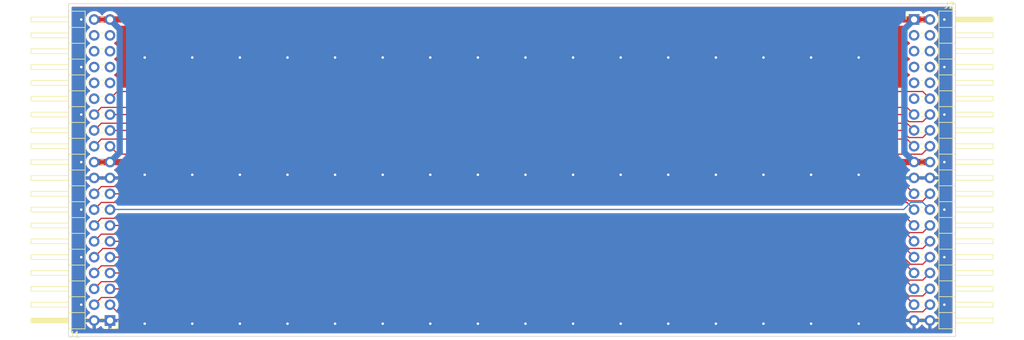
<source format=kicad_pcb>
(kicad_pcb (version 20201220) (generator pcbnew)
  (layers (0 "F.Cu" signal) (31 "B.Cu" signal) (34 "B.Paste" user) (35 "F.Paste" user) (36 "B.SilkS" user "B.Silkscreen") (37 "F.SilkS" user "F.Silkscreen") (38 "B.Mask" user) (39 "F.Mask" user) (44 "Edge.Cuts" user))
  (net 0 "")
  (net 1 "+5V")
  (net 2 "zero")
  (net 3 "carry")
  (net 4 "SU")
  (net 5 "~EO")
  (net 6 "~BI")
  (net 7 "~AI")
  (net 8 "EXT2")
  (net 9 "GND")
  (net 10 "EXT1")
  (net 11 "EXT0")
  (net 12 "IRPT")
  (net 13 "CLK")
  (net 14 "/ADDR0")
  (net 15 "/ADDR1")
  (net 16 "/ADDR2")
  (net 17 "/ADDR3")
  (net 18 "/ADDR4")
  (net 19 "/ADDR5")
  (net 20 "/ADDR6")
  (net 21 "/ADDR7")
  (net 22 "/ADDR8")
  (net 23 "/ADDR9")
  (net 24 "/ADDR10")
  (net 25 "/ADDR11")
  (footprint "Connector_PinHeader_2.54mm:PinHeader_2x20_P2.54mm_Horizontal" (layer "F.Cu") (at 6.64 50.8 180)
    (fp_text reference "J1" (at 5.655 -2.27) (layer "F.SilkS"))
    (fp_text value "Conn_02x20_Counter_Clockwise")
    (fp_line (start 1.042929 45.34) (end 1.497071 45.34) (layer "F.SilkS") (width 0.12))
    (fp_line (start 1.042929 2.16) (end 1.497071 2.16) (layer "F.SilkS") (width 0.12))
    (fp_line (start 3.582929 37.72) (end 3.98 37.72) (layer "F.SilkS") (width 0.12))
    (fp_line (start 3.582929 12.32) (end 3.98 12.32) (layer "F.SilkS") (width 0.12))
    (fp_line (start 3.582929 23.24) (end 3.98 23.24) (layer "F.SilkS") (width 0.12))
    (fp_line (start 6.64 -0.2) (end 12.64 -0.2) (layer "F.SilkS") (width 0.12))
    (fp_line (start 3.582929 2.16) (end 3.98 2.16) (layer "F.SilkS") (width 0.12))
    (fp_line (start 1.042929 4.7) (end 1.497071 4.7) (layer "F.SilkS") (width 0.12))
    (fp_line (start 3.582929 10.54) (end 3.98 10.54) (layer "F.SilkS") (width 0.12))
    (fp_line (start 6.64 -0.08) (end 12.64 -0.08) (layer "F.SilkS") (width 0.12))
    (fp_line (start 1.11 -0.38) (end 1.497071 -0.38) (layer "F.SilkS") (width 0.12))
    (fp_line (start 3.582929 8) (end 3.98 8) (layer "F.SilkS") (width 0.12))
    (fp_line (start 1.042929 22.48) (end 1.497071 22.48) (layer "F.SilkS") (width 0.12))
    (fp_line (start 12.64 5.46) (end 6.64 5.46) (layer "F.SilkS") (width 0.12))
    (fp_line (start 6.64 30.1) (end 12.64 30.1) (layer "F.SilkS") (width 0.12))
    (fp_line (start 3.98 29.21) (end 6.64 29.21) (layer "F.SilkS") (width 0.12))
    (fp_line (start 1.042929 19.94) (end 1.497071 19.94) (layer "F.SilkS") (width 0.12))
    (fp_line (start 12.64 38.48) (end 6.64 38.48) (layer "F.SilkS") (width 0.12))
    (fp_line (start 1.042929 25.02) (end 1.497071 25.02) (layer "F.SilkS") (width 0.12))
    (fp_line (start 1.042929 15.62) (end 1.497071 15.62) (layer "F.SilkS") (width 0.12))
    (fp_line (start 1.042929 2.92) (end 1.497071 2.92) (layer "F.SilkS") (width 0.12))
    (fp_line (start 3.582929 47.88) (end 3.98 47.88) (layer "F.SilkS") (width 0.12))
    (fp_line (start 12.64 2.16) (end 12.64 2.92) (layer "F.SilkS") (width 0.12))
    (fp_line (start 3.582929 0.38) (end 3.98 0.38) (layer "F.SilkS") (width 0.12))
    (fp_line (start 6.64 7.24) (end 12.64 7.24) (layer "F.SilkS") (width 0.12))
    (fp_line (start 1.042929 5.46) (end 1.497071 5.46) (layer "F.SilkS") (width 0.12))
    (fp_line (start 1.042929 17.4) (end 1.497071 17.4) (layer "F.SilkS") (width 0.12))
    (fp_line (start 1.042929 32.64) (end 1.497071 32.64) (layer "F.SilkS") (width 0.12))
    (fp_line (start 1.042929 38.48) (end 1.497071 38.48) (layer "F.SilkS") (width 0.12))
    (fp_line (start 12.64 10.54) (end 6.64 10.54) (layer "F.SilkS") (width 0.12))
    (fp_line (start 6.64 40.26) (end 12.64 40.26) (layer "F.SilkS") (width 0.12))
    (fp_line (start 6.64 32.64) (end 12.64 32.64) (layer "F.SilkS") (width 0.12))
    (fp_line (start 3.582929 27.56) (end 3.98 27.56) (layer "F.SilkS") (width 0.12))
    (fp_line (start 3.98 13.97) (end 6.64 13.97) (layer "F.SilkS") (width 0.12))
    (fp_line (start 3.98 -1.33) (end 3.98 49.59) (layer "F.SilkS") (width 0.12))
    (fp_line (start 6.64 45.34) (end 12.64 45.34) (layer "F.SilkS") (width 0.12))
    (fp_line (start 12.64 47.88) (end 12.64 48.64) (layer "F.SilkS") (width 0.12))
    (fp_line (start 3.98 8.89) (end 6.64 8.89) (layer "F.SilkS") (width 0.12))
    (fp_line (start 12.64 32.64) (end 12.64 33.4) (layer "F.SilkS") (width 0.12))
    (fp_line (start 1.042929 46.1) (end 1.497071 46.1) (layer "F.SilkS") (width 0.12))
    (fp_line (start 6.64 -0.38) (end 12.64 -0.38) (layer "F.SilkS") (width 0.12))
    (fp_line (start 1.042929 40.26) (end 1.497071 40.26) (layer "F.SilkS") (width 0.12))
    (fp_line (start -1.27 0) (end -1.27 -1.27) (layer "F.SilkS") (width 0.12))
    (fp_line (start 1.042929 42.8) (end 1.497071 42.8) (layer "F.SilkS") (width 0.12))
    (fp_line (start 3.98 26.67) (end 6.64 26.67) (layer "F.SilkS") (width 0.12))
    (fp_line (start 12.64 9.78) (end 12.64 10.54) (layer "F.SilkS") (width 0.12))
    (fp_line (start 6.64 12.32) (end 12.64 12.32) (layer "F.SilkS") (width 0.12))
    (fp_line (start 12.64 33.4) (end 6.64 33.4) (layer "F.SilkS") (width 0.12))
    (fp_line (start 3.582929 9.78) (end 3.98 9.78) (layer "F.SilkS") (width 0.12))
    (fp_line (start 3.98 39.37) (end 6.64 39.37) (layer "F.SilkS") (width 0.12))
    (fp_line (start 6.64 22.48) (end 12.64 22.48) (layer "F.SilkS") (width 0.12))
    (fp_line (start 12.64 46.1) (end 6.64 46.1) (layer "F.SilkS") (width 0.12))
    (fp_line (start 12.64 4.7) (end 12.64 5.46) (layer "F.SilkS") (width 0.12))
    (fp_line (start 1.042929 9.78) (end 1.497071 9.78) (layer "F.SilkS") (width 0.12))
    (fp_line (start 12.64 30.1) (end 12.64 30.86) (layer "F.SilkS") (width 0.12))
    (fp_line (start 1.042929 30.86) (end 1.497071 30.86) (layer "F.SilkS") (width 0.12))
    (fp_line (start 3.582929 45.34) (end 3.98 45.34) (layer "F.SilkS") (width 0.12))
    (fp_line (start 3.582929 30.86) (end 3.98 30.86) (layer "F.SilkS") (width 0.12))
    (fp_line (start 6.64 47.88) (end 12.64 47.88) (layer "F.SilkS") (width 0.12))
    (fp_line (start 12.64 40.26) (end 12.64 41.02) (layer "F.SilkS") (width 0.12))
    (fp_line (start 6.64 14.86) (end 12.64 14.86) (layer "F.SilkS") (width 0.12))
    (fp_line (start 1.042929 13.08) (end 1.497071 13.08) (layer "F.SilkS") (width 0.12))
    (fp_line (start 1.042929 41.02) (end 1.497071 41.02) (layer "F.SilkS") (width 0.12))
    (fp_line (start 3.582929 22.48) (end 3.98 22.48) (layer "F.SilkS") (width 0.12))
    (fp_line (start 6.64 0.16) (end 12.64 0.16) (layer "F.SilkS") (width 0.12))
    (fp_line (start 1.042929 25.78) (end 1.497071 25.78) (layer "F.SilkS") (width 0.12))
    (fp_line (start 3.98 46.99) (end 6.64 46.99) (layer "F.SilkS") (width 0.12))
    (fp_line (start 12.64 12.32) (end 12.64 13.08) (layer "F.SilkS") (width 0.12))
    (fp_line (start 3.582929 40.26) (end 3.98 40.26) (layer "F.SilkS") (width 0.12))
    (fp_line (start 3.582929 2.92) (end 3.98 2.92) (layer "F.SilkS") (width 0.12))
    (fp_line (start 3.582929 25.78) (end 3.98 25.78) (layer "F.SilkS") (width 0.12))
    (fp_line (start 12.64 8) (end 6.64 8) (layer "F.SilkS") (width 0.12))
    (fp_line (start 1.042929 33.4) (end 1.497071 33.4) (layer "F.SilkS") (width 0.12))
    (fp_line (start 12.64 25.02) (end 12.64 25.78) (layer "F.SilkS") (width 0.12))
    (fp_line (start 3.582929 20.7) (end 3.98 20.7) (layer "F.SilkS") (width 0.12))
    (fp_line (start 3.582929 14.86) (end 3.98 14.86) (layer "F.SilkS") (width 0.12))
    (fp_line (start 1.042929 12.32) (end 1.497071 12.32) (layer "F.SilkS") (width 0.12))
    (fp_line (start 1.11 0.38) (end 1.497071 0.38) (layer "F.SilkS") (width 0.12))
    (fp_line (start 3.98 6.35) (end 6.64 6.35) (layer "F.SilkS") (width 0.12))
    (fp_line (start 3.582929 15.62) (end 3.98 15.62) (layer "F.SilkS") (width 0.12))
    (fp_line (start 6.64 25.02) (end 12.64 25.02) (layer "F.SilkS") (width 0.12))
    (fp_line (start 3.582929 25.02) (end 3.98 25.02) (layer "F.SilkS") (width 0.12))
    (fp_line (start 3.98 31.75) (end 6.64 31.75) (layer "F.SilkS") (width 0.12))
    (fp_line (start 3.582929 -0.38) (end 3.98 -0.38) (layer "F.SilkS") (width 0.12))
    (fp_line (start 3.582929 28.32) (end 3.98 28.32) (layer "F.SilkS") (width 0.12))
    (fp_line (start 3.98 3.81) (end 6.64 3.81) (layer "F.SilkS") (width 0.12))
    (fp_line (start 1.042929 48.64) (end 1.497071 48.64) (layer "F.SilkS") (width 0.12))
    (fp_line (start 12.64 14.86) (end 12.64 15.62) (layer "F.SilkS") (width 0.12))
    (fp_line (start 3.98 11.43) (end 6.64 11.43) (layer "F.SilkS") (width 0.12))
    (fp_line (start 6.64 17.4) (end 12.64 17.4) (layer "F.SilkS") (width 0.12))
    (fp_line (start 1.042929 47.88) (end 1.497071 47.88) (layer "F.SilkS") (width 0.12))
    (fp_line (start 3.98 19.05) (end 6.64 19.05) (layer "F.SilkS") (width 0.12))
    (fp_line (start 3.582929 18.16) (end 3.98 18.16) (layer "F.SilkS") (width 0.12))
    (fp_line (start 1.042929 35.94) (end 1.497071 35.94) (layer "F.SilkS") (width 0.12))
    (fp_line (start 3.582929 42.8) (end 3.98 42.8) (layer "F.SilkS") (width 0.12))
    (fp_line (start 3.582929 38.48) (end 3.98 38.48) (layer "F.SilkS") (width 0.12))
    (fp_line (start 3.582929 43.56) (end 3.98 43.56) (layer "F.SilkS") (width 0.12))
    (fp_line (start 3.582929 13.08) (end 3.98 13.08) (layer "F.SilkS") (width 0.12))
    (fp_line (start 3.98 1.27) (end 6.64 1.27) (layer "F.SilkS") (width 0.12))
    (fp_line (start 3.98 34.29) (end 6.64 34.29) (layer "F.SilkS") (width 0.12))
    (fp_line (start 12.64 35.18) (end 12.64 35.94) (layer "F.SilkS") (width 0.12))
    (fp_line (start 12.64 7.24) (end 12.64 8) (layer "F.SilkS") (width 0.12))
    (fp_line (start 12.64 0.38) (end 6.64 0.38) (layer "F.SilkS") (width 0.12))
    (fp_line (start 3.98 36.83) (end 6.64 36.83) (layer "F.SilkS") (width 0.12))
    (fp_line (start 6.64 4.7) (end 12.64 4.7) (layer "F.SilkS") (width 0.12))
    (fp_line (start 1.042929 27.56) (end 1.497071 27.56) (layer "F.SilkS") (width 0.12))
    (fp_line (start 1.042929 35.18) (end 1.497071 35.18) (layer "F.SilkS") (width 0.12))
    (fp_line (start 12.64 42.8) (end 12.64 43.56) (layer "F.SilkS") (width 0.12))
    (fp_line (start 1.042929 30.1) (end 1.497071 30.1) (layer "F.SilkS") (width 0.12))
    (fp_line (start 6.64 0.28) (end 12.64 0.28) (layer "F.SilkS") (width 0.12))
    (fp_line (start 12.64 2.92) (end 6.64 2.92) (layer "F.SilkS") (width 0.12))
    (fp_line (start 3.98 49.59) (end 6.64 49.59) (layer "F.SilkS") (width 0.12))
    (fp_line (start 6.64 27.56) (end 12.64 27.56) (layer "F.SilkS") (width 0.12))
    (fp_line (start 12.64 19.94) (end 12.64 20.7) (layer "F.SilkS") (width 0.12))
    (fp_line (start 1.042929 14.86) (end 1.497071 14.86) (layer "F.SilkS") (width 0.12))
    (fp_line (start -1.27 -1.27) (end 0 -1.27) (layer "F.SilkS") (width 0.12))
    (fp_line (start 12.64 15.62) (end 6.64 15.62) (layer "F.SilkS") (width 0.12))
    (fp_line (start 12.64 20.7) (end 6.64 20.7) (layer "F.SilkS") (width 0.12))
    (fp_line (start 1.042929 23.24) (end 1.497071 23.24) (layer "F.SilkS") (width 0.12))
    (fp_line (start 3.582929 5.46) (end 3.98 5.46) (layer "F.SilkS") (width 0.12))
    (fp_line (start 1.042929 10.54) (end 1.497071 10.54) (layer "F.SilkS") (width 0.12))
    (fp_line (start 6.64 9.78) (end 12.64 9.78) (layer "F.SilkS") (width 0.12))
    (fp_line (start 3.582929 48.64) (end 3.98 48.64) (layer "F.SilkS") (width 0.12))
    (fp_line (start 12.64 25.78) (end 6.64 25.78) (layer "F.SilkS") (width 0.12))
    (fp_line (start 1.042929 8) (end 1.497071 8) (layer "F.SilkS") (width 0.12))
    (fp_line (start 12.64 27.56) (end 12.64 28.32) (layer "F.SilkS") (width 0.12))
    (fp_line (start 12.64 18.16) (end 6.64 18.16) (layer "F.SilkS") (width 0.12))
    (fp_line (start 3.582929 32.64) (end 3.98 32.64) (layer "F.SilkS") (width 0.12))
    (fp_line (start 3.582929 4.7) (end 3.98 4.7) (layer "F.SilkS") (width 0.12))
    (fp_line (start 3.98 24.13) (end 6.64 24.13) (layer "F.SilkS") (width 0.12))
    (fp_line (start 12.64 22.48) (end 12.64 23.24) (layer "F.SilkS") (width 0.12))
    (fp_line (start 12.64 35.94) (end 6.64 35.94) (layer "F.SilkS") (width 0.12))
    (fp_line (start 12.64 43.56) (end 6.64 43.56) (layer "F.SilkS") (width 0.12))
    (fp_line (start 6.64 19.94) (end 12.64 19.94) (layer "F.SilkS") (width 0.12))
    (fp_line (start 3.582929 41.02) (end 3.98 41.02) (layer "F.SilkS") (width 0.12))
    (fp_line (start 6.64 2.16) (end 12.64 2.16) (layer "F.SilkS") (width 0.12))
    (fp_line (start 3.582929 35.94) (end 3.98 35.94) (layer "F.SilkS") (width 0.12))
    (fp_line (start 12.64 48.64) (end 6.64 48.64) (layer "F.SilkS") (width 0.12))
    (fp_line (start 12.64 45.34) (end 12.64 46.1) (layer "F.SilkS") (width 0.12))
    (fp_line (start 3.582929 17.4) (end 3.98 17.4) (layer "F.SilkS") (width 0.12))
    (fp_line (start 3.582929 33.4) (end 3.98 33.4) (layer "F.SilkS") (width 0.12))
    (fp_line (start 1.042929 28.32) (end 1.497071 28.32) (layer "F.SilkS") (width 0.12))
    (fp_line (start 12.64 17.4) (end 12.64 18.16) (layer "F.SilkS") (width 0.12))
    (fp_line (start 3.98 41.91) (end 6.64 41.91) (layer "F.SilkS") (width 0.12))
    (fp_line (start 3.582929 7.24) (end 3.98 7.24) (layer "F.SilkS") (width 0.12))
    (fp_line (start 6.64 35.18) (end 12.64 35.18) (layer "F.SilkS") (width 0.12))
    (fp_line (start 6.64 -0.32) (end 12.64 -0.32) (layer "F.SilkS") (width 0.12))
    (fp_line (start 3.98 16.51) (end 6.64 16.51) (layer "F.SilkS") (width 0.12))
    (fp_line (start 3.582929 35.18) (end 3.98 35.18) (layer "F.SilkS") (width 0.12))
    (fp_line (start 12.64 28.32) (end 6.64 28.32) (layer "F.SilkS") (width 0.12))
    (fp_line (start 3.98 44.45) (end 6.64 44.45) (layer "F.SilkS") (width 0.12))
    (fp_line (start 12.64 37.72) (end 12.64 38.48) (layer "F.SilkS") (width 0.12))
    (fp_line (start 3.582929 30.1) (end 3.98 30.1) (layer "F.SilkS") (width 0.12))
    (fp_line (start 6.64 0.04) (end 12.64 0.04) (layer "F.SilkS") (width 0.12))
    (fp_line (start 6.64 37.72) (end 12.64 37.72) (layer "F.SilkS") (width 0.12))
    (fp_line (start 1.042929 7.24) (end 1.497071 7.24) (layer "F.SilkS") (width 0.12))
    (fp_line (start 12.64 30.86) (end 6.64 30.86) (layer "F.SilkS") (width 0.12))
    (fp_line (start 12.64 -0.38) (end 12.64 0.38) (layer "F.SilkS") (width 0.12))
    (fp_line (start 3.98 21.59) (end 6.64 21.59) (layer "F.SilkS") (width 0.12))
    (fp_line (start 6.64 49.59) (end 6.64 -1.33) (layer "F.SilkS") (width 0.12))
    (fp_line (start 1.042929 43.56) (end 1.497071 43.56) (layer "F.SilkS") (width 0.12))
    (fp_line (start 3.582929 19.94) (end 3.98 19.94) (layer "F.SilkS") (width 0.12))
    (fp_line (start 12.64 23.24) (end 6.64 23.24) (layer "F.SilkS") (width 0.12))
    (fp_line (start 3.582929 46.1) (end 3.98 46.1) (layer "F.SilkS") (width 0.12))
    (fp_line (start 6.64 -1.33) (end 3.98 -1.33) (layer "F.SilkS") (width 0.12))
    (fp_line (start 1.042929 37.72) (end 1.497071 37.72) (layer "F.SilkS") (width 0.12))
    (fp_line (start 1.042929 20.7) (end 1.497071 20.7) (layer "F.SilkS") (width 0.12))
    (fp_line (start 6.64 42.8) (end 12.64 42.8) (layer "F.SilkS") (width 0.12))
    (fp_line (start 1.042929 18.16) (end 1.497071 18.16) (layer "F.SilkS") (width 0.12))
    (fp_line (start 12.64 13.08) (end 6.64 13.08) (layer "F.SilkS") (width 0.12))
    (fp_line (start 12.64 41.02) (end 6.64 41.02) (layer "F.SilkS") (width 0.12))
    (pad "1" thru_hole rect (at 0 0 180) (size 1.7 1.7) (drill 1) (layers *.Cu *.Mask) (net 9 "GND"))
    (pad "2" thru_hole oval (at 2.54 0 180) (size 1.7 1.7) (drill 1) (layers *.Cu *.Mask) (net 9 "GND"))
    (pad "3" thru_hole oval (at 0 2.54 180) (size 1.7 1.7) (drill 1) (layers *.Cu *.Mask) (net 14 "/ADDR0"))
    (pad "4" thru_hole oval (at 2.54 2.54 180) (size 1.7 1.7) (drill 1) (layers *.Cu *.Mask) (net 15 "/ADDR1"))
    (pad "5" thru_hole oval (at 0 5.08 180) (size 1.7 1.7) (drill 1) (layers *.Cu *.Mask) (net 16 "/ADDR2"))
    (pad "6" thru_hole oval (at 2.54 5.08 180) (size 1.7 1.7) (drill 1) (layers *.Cu *.Mask) (net 17 "/ADDR3"))
    (pad "7" thru_hole oval (at 0 7.62 180) (size 1.7 1.7) (drill 1) (layers *.Cu *.Mask) (net 18 "/ADDR4"))
    (pad "8" thru_hole oval (at 2.54 7.62 180) (size 1.7 1.7) (drill 1) (layers *.Cu *.Mask) (net 19 "/ADDR5"))
    (pad "9" thru_hole oval (at 0 10.16 180) (size 1.7 1.7) (drill 1) (layers *.Cu *.Mask) (net 20 "/ADDR6"))
    (pad "10" thru_hole oval (at 2.54 10.16 180) (size 1.7 1.7) (drill 1) (layers *.Cu *.Mask) (net 21 "/ADDR7"))
    (pad "11" thru_hole oval (at 0 12.7 180) (size 1.7 1.7) (drill 1) (layers *.Cu *.Mask) (net 22 "/ADDR8"))
    (pad "12" thru_hole oval (at 2.54 12.7 180) (size 1.7 1.7) (drill 1) (layers *.Cu *.Mask) (net 23 "/ADDR9"))
    (pad "13" thru_hole oval (at 0 15.24 180) (size 1.7 1.7) (drill 1) (layers *.Cu *.Mask) (net 24 "/ADDR10"))
    (pad "14" thru_hole oval (at 2.54 15.24 180) (size 1.7 1.7) (drill 1) (layers *.Cu *.Mask) (net 25 "/ADDR11"))
    (pad "15" thru_hole oval (at 0 17.78 180) (size 1.7 1.7) (drill 1) (layers *.Cu *.Mask) (net 13 "CLK"))
    (pad "16" thru_hole oval (at 2.54 17.78 180) (size 1.7 1.7) (drill 1) (layers *.Cu *.Mask) (net 12 "IRPT"))
    (pad "17" thru_hole oval (at 0 20.32 180) (size 1.7 1.7) (drill 1) (layers *.Cu *.Mask) (net 11 "EXT0"))
    (pad "18" thru_hole oval (at 2.54 20.32 180) (size 1.7 1.7) (drill 1) (layers *.Cu *.Mask) (net 10 "EXT1"))
    (pad "19" thru_hole oval (at 0 22.86 180) (size 1.7 1.7) (drill 1) (layers *.Cu *.Mask) (net 9 "GND"))
    (pad "20" thru_hole oval (at 2.54 22.86 180) (size 1.7 1.7) (drill 1) (layers *.Cu *.Mask) (net 9 "GND"))
    (pad "21" thru_hole oval (at 0 25.4 180) (size 1.7 1.7) (drill 1) (layers *.Cu *.Mask) (net 1 "+5V"))
    (pad "22" thru_hole oval (at 2.54 25.4 180) (size 1.7 1.7) (drill 1) (layers *.Cu *.Mask) (net 1 "+5V"))
    (pad "23" thru_hole oval (at 0 27.94 180) (size 1.7 1.7) (drill 1) (layers *.Cu *.Mask) (net 8 "EXT2"))
    (pad "24" thru_hole oval (at 2.54 27.94 180) (size 1.7 1.7) (drill 1) (layers *.Cu *.Mask) (net 7 "~AI"))
    (pad "25" thru_hole oval (at 0 30.48 180) (size 1.7 1.7) (drill 1) (layers *.Cu *.Mask) (net 6 "~BI"))
    (pad "26" thru_hole oval (at 2.54 30.48 180) (size 1.7 1.7) (drill 1) (layers *.Cu *.Mask) (net 5 "~EO"))
    (pad "27" thru_hole oval (at 0 33.02 180) (size 1.7 1.7) (drill 1) (layers *.Cu *.Mask) (net 4 "SU"))
    (pad "28" thru_hole oval (at 2.54 33.02 180) (size 1.7 1.7) (drill 1) (layers *.Cu *.Mask) (net 3 "carry"))
    (pad "29" thru_hole oval (at 0 35.56 180) (size 1.7 1.7) (drill 1) (layers *.Cu *.Mask) (net 2 "zero"))
    (pad "30" thru_hole oval (at 2.54 35.56 180) (size 1.7 1.7) (drill 1) (layers *.Cu *.Mask))
    (pad "31" thru_hole oval (at 0 38.1 180) (size 1.7 1.7) (drill 1) (layers *.Cu *.Mask))
    (pad "32" thru_hole oval (at 2.54 38.1 180) (size 1.7 1.7) (drill 1) (layers *.Cu *.Mask))
    (pad "33" thru_hole oval (at 0 40.64 180) (size 1.7 1.7) (drill 1) (layers *.Cu *.Mask))
    (pad "34" thru_hole oval (at 2.54 40.64 180) (size 1.7 1.7) (drill 1) (layers *.Cu *.Mask))
    (pad "35" thru_hole oval (at 0 43.18 180) (size 1.7 1.7) (drill 1) (layers *.Cu *.Mask))
    (pad "36" thru_hole oval (at 2.54 43.18 180) (size 1.7 1.7) (drill 1) (layers *.Cu *.Mask))
    (pad "37" thru_hole oval (at 0 45.72 180) (size 1.7 1.7) (drill 1) (layers *.Cu *.Mask))
    (pad "38" thru_hole oval (at 2.54 45.72 180) (size 1.7 1.7) (drill 1) (layers *.Cu *.Mask))
    (pad "39" thru_hole oval (at 0 48.26 180) (size 1.7 1.7) (drill 1) (layers *.Cu *.Mask) (net 1 "+5V"))
    (pad "40" thru_hole oval (at 2.54 48.26 180) (size 1.7 1.7) (drill 1) (layers *.Cu *.Mask) (net 1 "+5V"))
  )
  (footprint "Connector_PinHeader_2.54mm:PinHeader_2x20_P2.54mm_Horizontal" (layer "F.Cu") (at 135.36 2.53)
    (fp_text reference "J2" (at 5.655 -2.27) (layer "F.SilkS"))
    (fp_text value "Conn_02x20_Counter_Clockwise")
    (fp_line (start 6.64 12.32) (end 12.64 12.32) (layer "F.SilkS") (width 0.12))
    (fp_line (start 3.582929 46.1) (end 3.98 46.1) (layer "F.SilkS") (width 0.12))
    (fp_line (start 1.042929 41.02) (end 1.497071 41.02) (layer "F.SilkS") (width 0.12))
    (fp_line (start 3.582929 17.4) (end 3.98 17.4) (layer "F.SilkS") (width 0.12))
    (fp_line (start 12.64 33.4) (end 6.64 33.4) (layer "F.SilkS") (width 0.12))
    (fp_line (start 3.582929 18.16) (end 3.98 18.16) (layer "F.SilkS") (width 0.12))
    (fp_line (start 3.582929 48.64) (end 3.98 48.64) (layer "F.SilkS") (width 0.12))
    (fp_line (start 3.98 39.37) (end 6.64 39.37) (layer "F.SilkS") (width 0.12))
    (fp_line (start 1.042929 32.64) (end 1.497071 32.64) (layer "F.SilkS") (width 0.12))
    (fp_line (start 12.64 25.02) (end 12.64 25.78) (layer "F.SilkS") (width 0.12))
    (fp_line (start 1.042929 42.8) (end 1.497071 42.8) (layer "F.SilkS") (width 0.12))
    (fp_line (start 3.98 29.21) (end 6.64 29.21) (layer "F.SilkS") (width 0.12))
    (fp_line (start 1.042929 13.08) (end 1.497071 13.08) (layer "F.SilkS") (width 0.12))
    (fp_line (start 1.042929 15.62) (end 1.497071 15.62) (layer "F.SilkS") (width 0.12))
    (fp_line (start 12.64 4.7) (end 12.64 5.46) (layer "F.SilkS") (width 0.12))
    (fp_line (start 1.042929 28.32) (end 1.497071 28.32) (layer "F.SilkS") (width 0.12))
    (fp_line (start 12.64 41.02) (end 6.64 41.02) (layer "F.SilkS") (width 0.12))
    (fp_line (start 6.64 0.28) (end 12.64 0.28) (layer "F.SilkS") (width 0.12))
    (fp_line (start 3.98 36.83) (end 6.64 36.83) (layer "F.SilkS") (width 0.12))
    (fp_line (start 6.64 14.86) (end 12.64 14.86) (layer "F.SilkS") (width 0.12))
    (fp_line (start 12.64 30.1) (end 12.64 30.86) (layer "F.SilkS") (width 0.12))
    (fp_line (start 6.64 2.16) (end 12.64 2.16) (layer "F.SilkS") (width 0.12))
    (fp_line (start 3.98 31.75) (end 6.64 31.75) (layer "F.SilkS") (width 0.12))
    (fp_line (start 12.64 35.94) (end 6.64 35.94) (layer "F.SilkS") (width 0.12))
    (fp_line (start 1.042929 48.64) (end 1.497071 48.64) (layer "F.SilkS") (width 0.12))
    (fp_line (start 3.582929 19.94) (end 3.98 19.94) (layer "F.SilkS") (width 0.12))
    (fp_line (start 12.64 45.34) (end 12.64 46.1) (layer "F.SilkS") (width 0.12))
    (fp_line (start 3.582929 43.56) (end 3.98 43.56) (layer "F.SilkS") (width 0.12))
    (fp_line (start 12.64 12.32) (end 12.64 13.08) (layer "F.SilkS") (width 0.12))
    (fp_line (start 3.582929 10.54) (end 3.98 10.54) (layer "F.SilkS") (width 0.12))
    (fp_line (start 1.042929 27.56) (end 1.497071 27.56) (layer "F.SilkS") (width 0.12))
    (fp_line (start 6.64 42.8) (end 12.64 42.8) (layer "F.SilkS") (width 0.12))
    (fp_line (start 3.582929 22.48) (end 3.98 22.48) (layer "F.SilkS") (width 0.12))
    (fp_line (start 12.64 38.48) (end 6.64 38.48) (layer "F.SilkS") (width 0.12))
    (fp_line (start 1.042929 2.92) (end 1.497071 2.92) (layer "F.SilkS") (width 0.12))
    (fp_line (start 3.98 3.81) (end 6.64 3.81) (layer "F.SilkS") (width 0.12))
    (fp_line (start 6.64 22.48) (end 12.64 22.48) (layer "F.SilkS") (width 0.12))
    (fp_line (start 3.582929 13.08) (end 3.98 13.08) (layer "F.SilkS") (width 0.12))
    (fp_line (start 3.582929 -0.38) (end 3.98 -0.38) (layer "F.SilkS") (width 0.12))
    (fp_line (start 12.64 7.24) (end 12.64 8) (layer "F.SilkS") (width 0.12))
    (fp_line (start 3.582929 8) (end 3.98 8) (layer "F.SilkS") (width 0.12))
    (fp_line (start 3.98 8.89) (end 6.64 8.89) (layer "F.SilkS") (width 0.12))
    (fp_line (start 3.582929 20.7) (end 3.98 20.7) (layer "F.SilkS") (width 0.12))
    (fp_line (start 12.64 13.08) (end 6.64 13.08) (layer "F.SilkS") (width 0.12))
    (fp_line (start 6.64 -0.38) (end 12.64 -0.38) (layer "F.SilkS") (width 0.12))
    (fp_line (start 6.64 49.59) (end 6.64 -1.33) (layer "F.SilkS") (width 0.12))
    (fp_line (start 3.582929 33.4) (end 3.98 33.4) (layer "F.SilkS") (width 0.12))
    (fp_line (start 1.042929 8) (end 1.497071 8) (layer "F.SilkS") (width 0.12))
    (fp_line (start 1.042929 20.7) (end 1.497071 20.7) (layer "F.SilkS") (width 0.12))
    (fp_line (start 6.64 40.26) (end 12.64 40.26) (layer "F.SilkS") (width 0.12))
    (fp_line (start 1.042929 18.16) (end 1.497071 18.16) (layer "F.SilkS") (width 0.12))
    (fp_line (start 1.042929 7.24) (end 1.497071 7.24) (layer "F.SilkS") (width 0.12))
    (fp_line (start 1.042929 35.18) (end 1.497071 35.18) (layer "F.SilkS") (width 0.12))
    (fp_line (start 1.042929 40.26) (end 1.497071 40.26) (layer "F.SilkS") (width 0.12))
    (fp_line (start 3.582929 14.86) (end 3.98 14.86) (layer "F.SilkS") (width 0.12))
    (fp_line (start 6.64 4.7) (end 12.64 4.7) (layer "F.SilkS") (width 0.12))
    (fp_line (start 3.98 34.29) (end 6.64 34.29) (layer "F.SilkS") (width 0.12))
    (fp_line (start 3.582929 25.02) (end 3.98 25.02) (layer "F.SilkS") (width 0.12))
    (fp_line (start 6.64 0.04) (end 12.64 0.04) (layer "F.SilkS") (width 0.12))
    (fp_line (start 1.042929 10.54) (end 1.497071 10.54) (layer "F.SilkS") (width 0.12))
    (fp_line (start 12.64 43.56) (end 6.64 43.56) (layer "F.SilkS") (width 0.12))
    (fp_line (start 3.582929 37.72) (end 3.98 37.72) (layer "F.SilkS") (width 0.12))
    (fp_line (start 6.64 -0.32) (end 12.64 -0.32) (layer "F.SilkS") (width 0.12))
    (fp_line (start 6.64 45.34) (end 12.64 45.34) (layer "F.SilkS") (width 0.12))
    (fp_line (start 3.582929 30.1) (end 3.98 30.1) (layer "F.SilkS") (width 0.12))
    (fp_line (start -1.27 -1.27) (end 0 -1.27) (layer "F.SilkS") (width 0.12))
    (fp_line (start 12.64 19.94) (end 12.64 20.7) (layer "F.SilkS") (width 0.12))
    (fp_line (start 3.98 49.59) (end 6.64 49.59) (layer "F.SilkS") (width 0.12))
    (fp_line (start 6.64 27.56) (end 12.64 27.56) (layer "F.SilkS") (width 0.12))
    (fp_line (start 12.64 2.92) (end 6.64 2.92) (layer "F.SilkS") (width 0.12))
    (fp_line (start 3.582929 35.94) (end 3.98 35.94) (layer "F.SilkS") (width 0.12))
    (fp_line (start 6.64 47.88) (end 12.64 47.88) (layer "F.SilkS") (width 0.12))
    (fp_line (start 1.042929 37.72) (end 1.497071 37.72) (layer "F.SilkS") (width 0.12))
    (fp_line (start 3.582929 32.64) (end 3.98 32.64) (layer "F.SilkS") (width 0.12))
    (fp_line (start 3.98 1.27) (end 6.64 1.27) (layer "F.SilkS") (width 0.12))
    (fp_line (start 3.582929 35.18) (end 3.98 35.18) (layer "F.SilkS") (width 0.12))
    (fp_line (start 12.64 18.16) (end 6.64 18.16) (layer "F.SilkS") (width 0.12))
    (fp_line (start 12.64 37.72) (end 12.64 38.48) (layer "F.SilkS") (width 0.12))
    (fp_line (start 1.042929 30.86) (end 1.497071 30.86) (layer "F.SilkS") (width 0.12))
    (fp_line (start 12.64 27.56) (end 12.64 28.32) (layer "F.SilkS") (width 0.12))
    (fp_line (start 3.582929 7.24) (end 3.98 7.24) (layer "F.SilkS") (width 0.12))
    (fp_line (start 3.582929 12.32) (end 3.98 12.32) (layer "F.SilkS") (width 0.12))
    (fp_line (start 3.582929 27.56) (end 3.98 27.56) (layer "F.SilkS") (width 0.12))
    (fp_line (start 12.64 23.24) (end 6.64 23.24) (layer "F.SilkS") (width 0.12))
    (fp_line (start 12.64 40.26) (end 12.64 41.02) (layer "F.SilkS") (width 0.12))
    (fp_line (start 12.64 8) (end 6.64 8) (layer "F.SilkS") (width 0.12))
    (fp_line (start 1.11 0.38) (end 1.497071 0.38) (layer "F.SilkS") (width 0.12))
    (fp_line (start 1.042929 12.32) (end 1.497071 12.32) (layer "F.SilkS") (width 0.12))
    (fp_line (start 3.582929 40.26) (end 3.98 40.26) (layer "F.SilkS") (width 0.12))
    (fp_line (start 6.64 35.18) (end 12.64 35.18) (layer "F.SilkS") (width 0.12))
    (fp_line (start 3.98 19.05) (end 6.64 19.05) (layer "F.SilkS") (width 0.12))
    (fp_line (start 6.64 -1.33) (end 3.98 -1.33) (layer "F.SilkS") (width 0.12))
    (fp_line (start 3.98 13.97) (end 6.64 13.97) (layer "F.SilkS") (width 0.12))
    (fp_line (start 12.64 32.64) (end 12.64 33.4) (layer "F.SilkS") (width 0.12))
    (fp_line (start 1.11 -0.38) (end 1.497071 -0.38) (layer "F.SilkS") (width 0.12))
    (fp_line (start 1.042929 46.1) (end 1.497071 46.1) (layer "F.SilkS") (width 0.12))
    (fp_line (start -1.27 0) (end -1.27 -1.27) (layer "F.SilkS") (width 0.12))
    (fp_line (start 3.98 24.13) (end 6.64 24.13) (layer "F.SilkS") (width 0.12))
    (fp_line (start 3.582929 25.78) (end 3.98 25.78) (layer "F.SilkS") (width 0.12))
    (fp_line (start 6.64 0.16) (end 12.64 0.16) (layer "F.SilkS") (width 0.12))
    (fp_line (start 3.582929 41.02) (end 3.98 41.02) (layer "F.SilkS") (width 0.12))
    (fp_line (start 12.64 28.32) (end 6.64 28.32) (layer "F.SilkS") (width 0.12))
    (fp_line (start 3.582929 38.48) (end 3.98 38.48) (layer "F.SilkS") (width 0.12))
    (fp_line (start 3.98 44.45) (end 6.64 44.45) (layer "F.SilkS") (width 0.12))
    (fp_line (start 12.64 48.64) (end 6.64 48.64) (layer "F.SilkS") (width 0.12))
    (fp_line (start 12.64 46.1) (end 6.64 46.1) (layer "F.SilkS") (width 0.12))
    (fp_line (start 1.042929 9.78) (end 1.497071 9.78) (layer "F.SilkS") (width 0.12))
    (fp_line (start 3.98 11.43) (end 6.64 11.43) (layer "F.SilkS") (width 0.12))
    (fp_line (start 12.64 14.86) (end 12.64 15.62) (layer "F.SilkS") (width 0.12))
    (fp_line (start 12.64 2.16) (end 12.64 2.92) (layer "F.SilkS") (width 0.12))
    (fp_line (start 1.042929 47.88) (end 1.497071 47.88) (layer "F.SilkS") (width 0.12))
    (fp_line (start 6.64 -0.08) (end 12.64 -0.08) (layer "F.SilkS") (width 0.12))
    (fp_line (start 1.042929 17.4) (end 1.497071 17.4) (layer "F.SilkS") (width 0.12))
    (fp_line (start 3.582929 5.46) (end 3.98 5.46) (layer "F.SilkS") (width 0.12))
    (fp_line (start 12.64 -0.38) (end 12.64 0.38) (layer "F.SilkS") (width 0.12))
    (fp_line (start 1.042929 2.16) (end 1.497071 2.16) (layer "F.SilkS") (width 0.12))
    (fp_line (start 3.98 16.51) (end 6.64 16.51) (layer "F.SilkS") (width 0.12))
    (fp_line (start 3.582929 0.38) (end 3.98 0.38) (layer "F.SilkS") (width 0.12))
    (fp_line (start 12.64 9.78) (end 12.64 10.54) (layer "F.SilkS") (width 0.12))
    (fp_line (start 6.64 -0.2) (end 12.64 -0.2) (layer "F.SilkS") (width 0.12))
    (fp_line (start 12.64 17.4) (end 12.64 18.16) (layer "F.SilkS") (width 0.12))
    (fp_line (start 1.042929 38.48) (end 1.497071 38.48) (layer "F.SilkS") (width 0.12))
    (fp_line (start 1.042929 23.24) (end 1.497071 23.24) (layer "F.SilkS") (width 0.12))
    (fp_line (start 3.582929 2.16) (end 3.98 2.16) (layer "F.SilkS") (width 0.12))
    (fp_line (start 3.98 41.91) (end 6.64 41.91) (layer "F.SilkS") (width 0.12))
    (fp_line (start 6.64 37.72) (end 12.64 37.72) (layer "F.SilkS") (width 0.12))
    (fp_line (start 3.98 46.99) (end 6.64 46.99) (layer "F.SilkS") (width 0.12))
    (fp_line (start 1.042929 14.86) (end 1.497071 14.86) (layer "F.SilkS") (width 0.12))
    (fp_line (start 1.042929 35.94) (end 1.497071 35.94) (layer "F.SilkS") (width 0.12))
    (fp_line (start 12.64 20.7) (end 6.64 20.7) (layer "F.SilkS") (width 0.12))
    (fp_line (start 12.64 35.18) (end 12.64 35.94) (layer "F.SilkS") (width 0.12))
    (fp_line (start 1.042929 25.02) (end 1.497071 25.02) (layer "F.SilkS") (width 0.12))
    (fp_line (start 3.582929 23.24) (end 3.98 23.24) (layer "F.SilkS") (width 0.12))
    (fp_line (start 3.582929 15.62) (end 3.98 15.62) (layer "F.SilkS") (width 0.12))
    (fp_line (start 12.64 0.38) (end 6.64 0.38) (layer "F.SilkS") (width 0.12))
    (fp_line (start 1.042929 45.34) (end 1.497071 45.34) (layer "F.SilkS") (width 0.12))
    (fp_line (start 3.582929 45.34) (end 3.98 45.34) (layer "F.SilkS") (width 0.12))
    (fp_line (start 12.64 47.88) (end 12.64 48.64) (layer "F.SilkS") (width 0.12))
    (fp_line (start 1.042929 33.4) (end 1.497071 33.4) (layer "F.SilkS") (width 0.12))
    (fp_line (start 1.042929 5.46) (end 1.497071 5.46) (layer "F.SilkS") (width 0.12))
    (fp_line (start 12.64 22.48) (end 12.64 23.24) (layer "F.SilkS") (width 0.12))
    (fp_line (start 6.64 9.78) (end 12.64 9.78) (layer "F.SilkS") (width 0.12))
    (fp_line (start 12.64 15.62) (end 6.64 15.62) (layer "F.SilkS") (width 0.12))
    (fp_line (start 12.64 5.46) (end 6.64 5.46) (layer "F.SilkS") (width 0.12))
    (fp_line (start 1.042929 4.7) (end 1.497071 4.7) (layer "F.SilkS") (width 0.12))
    (fp_line (start 3.98 21.59) (end 6.64 21.59) (layer "F.SilkS") (width 0.12))
    (fp_line (start 12.64 42.8) (end 12.64 43.56) (layer "F.SilkS") (width 0.12))
    (fp_line (start 3.582929 30.86) (end 3.98 30.86) (layer "F.SilkS") (width 0.12))
    (fp_line (start 3.582929 47.88) (end 3.98 47.88) (layer "F.SilkS") (width 0.12))
    (fp_line (start 6.64 7.24) (end 12.64 7.24) (layer "F.SilkS") (width 0.12))
    (fp_line (start 1.042929 25.78) (end 1.497071 25.78) (layer "F.SilkS") (width 0.12))
    (fp_line (start 3.98 6.35) (end 6.64 6.35) (layer "F.SilkS") (width 0.12))
    (fp_line (start 6.64 32.64) (end 12.64 32.64) (layer "F.SilkS") (width 0.12))
    (fp_line (start 3.98 26.67) (end 6.64 26.67) (layer "F.SilkS") (width 0.12))
    (fp_line (start 3.98 -1.33) (end 3.98 49.59) (layer "F.SilkS") (width 0.12))
    (fp_line (start 12.64 30.86) (end 6.64 30.86) (layer "F.SilkS") (width 0.12))
    (fp_line (start 3.582929 42.8) (end 3.98 42.8) (layer "F.SilkS") (width 0.12))
    (fp_line (start 1.042929 22.48) (end 1.497071 22.48) (layer "F.SilkS") (width 0.12))
    (fp_line (start 6.64 25.02) (end 12.64 25.02) (layer "F.SilkS") (width 0.12))
    (fp_line (start 1.042929 19.94) (end 1.497071 19.94) (layer "F.SilkS") (width 0.12))
    (fp_line (start 1.042929 43.56) (end 1.497071 43.56) (layer "F.SilkS") (width 0.12))
    (fp_line (start 6.64 30.1) (end 12.64 30.1) (layer "F.SilkS") (width 0.12))
    (fp_line (start 3.582929 4.7) (end 3.98 4.7) (layer "F.SilkS") (width 0.12))
    (fp_line (start 6.64 19.94) (end 12.64 19.94) (layer "F.SilkS") (width 0.12))
    (fp_line (start 3.582929 28.32) (end 3.98 28.32) (layer "F.SilkS") (width 0.12))
    (fp_line (start 1.042929 30.1) (end 1.497071 30.1) (layer "F.SilkS") (width 0.12))
    (fp_line (start 12.64 10.54) (end 6.64 10.54) (layer "F.SilkS") (width 0.12))
    (fp_line (start 3.582929 2.92) (end 3.98 2.92) (layer "F.SilkS") (width 0.12))
    (fp_line (start 6.64 17.4) (end 12.64 17.4) (layer "F.SilkS") (width 0.12))
    (fp_line (start 3.582929 9.78) (end 3.98 9.78) (layer "F.SilkS") (width 0.12))
    (fp_line (start 12.64 25.78) (end 6.64 25.78) (layer "F.SilkS") (width 0.12))
    (pad "1" thru_hole rect (at 0 0) (size 1.7 1.7) (drill 1) (layers *.Cu *.Mask) (net 1 "+5V"))
    (pad "2" thru_hole oval (at 2.54 0) (size 1.7 1.7) (drill 1) (layers *.Cu *.Mask) (net 1 "+5V"))
    (pad "3" thru_hole oval (at 0 2.54) (size 1.7 1.7) (drill 1) (layers *.Cu *.Mask))
    (pad "4" thru_hole oval (at 2.54 2.54) (size 1.7 1.7) (drill 1) (layers *.Cu *.Mask))
    (pad "5" thru_hole oval (at 0 5.08) (size 1.7 1.7) (drill 1) (layers *.Cu *.Mask))
    (pad "6" thru_hole oval (at 2.54 5.08) (size 1.7 1.7) (drill 1) (layers *.Cu *.Mask))
    (pad "7" thru_hole oval (at 0 7.62) (size 1.7 1.7) (drill 1) (layers *.Cu *.Mask))
    (pad "8" thru_hole oval (at 2.54 7.62) (size 1.7 1.7) (drill 1) (layers *.Cu *.Mask))
    (pad "9" thru_hole oval (at 0 10.16) (size 1.7 1.7) (drill 1) (layers *.Cu *.Mask))
    (pad "10" thru_hole oval (at 2.54 10.16) (size 1.7 1.7) (drill 1) (layers *.Cu *.Mask))
    (pad "11" thru_hole oval (at 0 12.7) (size 1.7 1.7) (drill 1) (layers *.Cu *.Mask))
    (pad "12" thru_hole oval (at 2.54 12.7) (size 1.7 1.7) (drill 1) (layers *.Cu *.Mask) (net 2 "zero"))
    (pad "13" thru_hole oval (at 0 15.24) (size 1.7 1.7) (drill 1) (layers *.Cu *.Mask) (net 3 "carry"))
    (pad "14" thru_hole oval (at 2.54 15.24) (size 1.7 1.7) (drill 1) (layers *.Cu *.Mask) (net 4 "SU"))
    (pad "15" thru_hole oval (at 0 17.78) (size 1.7 1.7) (drill 1) (layers *.Cu *.Mask) (net 5 "~EO"))
    (pad "16" thru_hole oval (at 2.54 17.78) (size 1.7 1.7) (drill 1) (layers *.Cu *.Mask) (net 6 "~BI"))
    (pad "17" thru_hole oval (at 0 20.32) (size 1.7 1.7) (drill 1) (layers *.Cu *.Mask) (net 7 "~AI"))
    (pad "18" thru_hole oval (at 2.54 20.32) (size 1.7 1.7) (drill 1) (layers *.Cu *.Mask) (net 8 "EXT2"))
    (pad "19" thru_hole oval (at 0 22.86) (size 1.7 1.7) (drill 1) (layers *.Cu *.Mask) (net 1 "+5V"))
    (pad "20" thru_hole oval (at 2.54 22.86) (size 1.7 1.7) (drill 1) (layers *.Cu *.Mask) (net 1 "+5V"))
    (pad "21" thru_hole oval (at 0 25.4) (size 1.7 1.7) (drill 1) (layers *.Cu *.Mask) (net 9 "GND"))
    (pad "22" thru_hole oval (at 2.54 25.4) (size 1.7 1.7) (drill 1) (layers *.Cu *.Mask) (net 9 "GND"))
    (pad "23" thru_hole oval (at 0 27.94) (size 1.7 1.7) (drill 1) (layers *.Cu *.Mask) (net 10 "EXT1"))
    (pad "24" thru_hole oval (at 2.54 27.94) (size 1.7 1.7) (drill 1) (layers *.Cu *.Mask) (net 11 "EXT0"))
    (pad "25" thru_hole oval (at 0 30.48) (size 1.7 1.7) (drill 1) (layers *.Cu *.Mask) (net 12 "IRPT"))
    (pad "26" thru_hole oval (at 2.54 30.48) (size 1.7 1.7) (drill 1) (layers *.Cu *.Mask) (net 13 "CLK"))
    (pad "27" thru_hole oval (at 0 33.02) (size 1.7 1.7) (drill 1) (layers *.Cu *.Mask) (net 25 "/ADDR11"))
    (pad "28" thru_hole oval (at 2.54 33.02) (size 1.7 1.7) (drill 1) (layers *.Cu *.Mask) (net 24 "/ADDR10"))
    (pad "29" thru_hole oval (at 0 35.56) (size 1.7 1.7) (drill 1) (layers *.Cu *.Mask) (net 23 "/ADDR9"))
    (pad "30" thru_hole oval (at 2.54 35.56) (size 1.7 1.7) (drill 1) (layers *.Cu *.Mask) (net 22 "/ADDR8"))
    (pad "31" thru_hole oval (at 0 38.1) (size 1.7 1.7) (drill 1) (layers *.Cu *.Mask) (net 21 "/ADDR7"))
    (pad "32" thru_hole oval (at 2.54 38.1) (size 1.7 1.7) (drill 1) (layers *.Cu *.Mask) (net 20 "/ADDR6"))
    (pad "33" thru_hole oval (at 0 40.64) (size 1.7 1.7) (drill 1) (layers *.Cu *.Mask) (net 19 "/ADDR5"))
    (pad "34" thru_hole oval (at 2.54 40.64) (size 1.7 1.7) (drill 1) (layers *.Cu *.Mask) (net 18 "/ADDR4"))
    (pad "35" thru_hole oval (at 0 43.18) (size 1.7 1.7) (drill 1) (layers *.Cu *.Mask) (net 17 "/ADDR3"))
    (pad "36" thru_hole oval (at 2.54 43.18) (size 1.7 1.7) (drill 1) (layers *.Cu *.Mask) (net 16 "/ADDR2"))
    (pad "37" thru_hole oval (at 0 45.72) (size 1.7 1.7) (drill 1) (layers *.Cu *.Mask) (net 15 "/ADDR1"))
    (pad "38" thru_hole oval (at 2.54 45.72) (size 1.7 1.7) (drill 1) (layers *.Cu *.Mask) (net 14 "/ADDR0"))
    (pad "39" thru_hole oval (at 0 48.26) (size 1.7 1.7) (drill 1) (layers *.Cu *.Mask) (net 9 "GND"))
    (pad "40" thru_hole oval (at 2.54 48.26) (size 1.7 1.7) (drill 1) (layers *.Cu *.Mask) (net 9 "GND"))
  )
  (gr_line (start 142 53.34) (end 142 0) (layer "Edge.Cuts") (width 0.1))
  (gr_line (start 0 53.34) (end 142 53.34) (layer "Edge.Cuts") (width 0.1))
  (gr_line (start 0 0) (end 0 53.34) (layer "Edge.Cuts") (width 0.1))
  (gr_line (start 0 0) (end 142 0) (layer "Edge.Cuts") (width 0.1))
  (segment (start 6.65 2.53) (end 135.36 2.53) (width 1) (layer "F.Cu") (net 1))
  (segment (start 4.1 25.4) (end 6.64 25.4) (width 1) (layer "F.Cu") (net 1))
  (segment (start 6.64 2.54) (end 6.65 2.53) (width 1) (layer "F.Cu") (net 1))
  (segment (start 4.1 2.54) (end 6.64 2.54) (width 1) (layer "F.Cu") (net 1))
  (segment (start 137.9 25.39) (end 135.36 25.39) (width 1) (layer "F.Cu") (net 1))
  (segment (start 135.35 25.4) (end 6.64 25.4) (width 1) (layer "F.Cu") (net 1))
  (segment (start 135.36 2.53) (end 137.9 2.53) (width 1) (layer "F.Cu") (net 1))
  (segment (start 135.36 25.39) (end 135.35 25.4) (width 1) (layer "F.Cu") (net 1))
  (segment (start 133.809999 4.080001) (end 135.36 2.53) (width 1) (layer "B.Cu") (net 1))
  (segment (start 133.809999 23.839999) (end 133.809999 4.080001) (width 1) (layer "B.Cu") (net 1))
  (segment (start 6.64 25.4) (end 8.190001 23.849999) (width 1) (layer "B.Cu") (net 1))
  (segment (start 8.190001 23.849999) (end 8.190001 4.090001) (width 1) (layer "B.Cu") (net 1))
  (segment (start 135.36 25.39) (end 133.809999 23.839999) (width 1) (layer "B.Cu") (net 1))
  (segment (start 8.190001 4.090001) (end 6.64 2.54) (width 1) (layer "B.Cu") (net 1))
  (segment (start 136.749999 14.079999) (end 137.9 15.23) (width 0.2) (layer "F.Cu") (net 2))
  (segment (start 6.64 15.24) (end 7.800001 14.079999) (width 0.2) (layer "F.Cu") (net 2))
  (segment (start 7.800001 14.079999) (end 136.749999 14.079999) (width 0.2) (layer "F.Cu") (net 2))
  (segment (start 4.1 17.78) (end 5.250001 16.629999) (width 0.2) (layer "F.Cu") (net 3))
  (segment (start 134.219999 16.629999) (end 135.36 17.77) (width 0.2) (layer "F.Cu") (net 3))
  (segment (start 5.250001 16.629999) (end 134.219999 16.629999) (width 0.2) (layer "F.Cu") (net 3))
  (segment (start 134.535699 18.920001) (end 136.749999 18.920001) (width 0.2) (layer "F.Cu") (net 4))
  (segment (start 6.64 17.78) (end 133.395698 17.78) (width 0.2) (layer "F.Cu") (net 4))
  (segment (start 133.395698 17.78) (end 134.535699 18.920001) (width 0.2) (layer "F.Cu") (net 4))
  (segment (start 136.749999 18.920001) (end 137.9 17.77) (width 0.2) (layer "F.Cu") (net 4))
  (segment (start 4.1 20.32) (end 5.250001 19.169999) (width 0.2) (layer "F.Cu") (net 5))
  (segment (start 134.219999 19.169999) (end 135.36 20.31) (width 0.2) (layer "F.Cu") (net 5))
  (segment (start 5.250001 19.169999) (end 134.219999 19.169999) (width 0.2) (layer "F.Cu") (net 5))
  (segment (start 133.395699 20.32) (end 134.5357 21.460001) (width 0.2) (layer "F.Cu") (net 6))
  (segment (start 6.64 20.32) (end 133.395699 20.32) (width 0.2) (layer "F.Cu") (net 6))
  (segment (start 134.5357 21.460001) (end 136.749999 21.460001) (width 0.2) (layer "F.Cu") (net 6))
  (segment (start 136.749999 21.460001) (end 137.9 20.31) (width 0.2) (layer "F.Cu") (net 6))
  (segment (start 4.1 22.86) (end 5.250001 21.709999) (width 0.2) (layer "F.Cu") (net 7))
  (segment (start 134.219999 21.709999) (end 135.36 22.85) (width 0.2) (layer "F.Cu") (net 7))
  (segment (start 5.250001 21.709999) (end 134.219999 21.709999) (width 0.2) (layer "F.Cu") (net 7))
  (segment (start 136.62 24.13) (end 137.9 22.85) (width 0.2) (layer "F.Cu") (net 8))
  (segment (start 7.91 24.13) (end 136.62 24.13) (width 0.2) (layer "F.Cu") (net 8))
  (segment (start 6.64 22.86) (end 7.91 24.13) (width 0.2) (layer "F.Cu") (net 8))
  (via (at 57.912 27.432) (size 0.8) (drill 0.4) (layers "F.Cu" "B.Cu") (net 9))
  (via (at 12.192 27.432) (size 0.8) (drill 0.4) (layers "F.Cu" "B.Cu") (net 9))
  (via (at 73.152 8.636) (size 0.8) (drill 0.4) (layers "F.Cu" "B.Cu") (net 9))
  (via (at 2.032 40.64) (size 0.8) (drill 0.4) (layers "F.Cu" "B.Cu") (net 9))
  (via (at 118.872 51.308) (size 0.8) (drill 0.4) (layers "F.Cu" "B.Cu") (net 9))
  (via (at 111.252 27.432) (size 0.8) (drill 0.4) (layers "F.Cu" "B.Cu") (net 9))
  (via (at 35.052 27.432) (size 0.8) (drill 0.4) (layers "F.Cu" "B.Cu") (net 9))
  (via (at 65.532 27.432) (size 0.8) (drill 0.4) (layers "F.Cu" "B.Cu") (net 9))
  (via (at 126.492 51.308) (size 0.8) (drill 0.4) (layers "F.Cu" "B.Cu") (net 9))
  (via (at 103.632 51.308) (size 0.8) (drill 0.4) (layers "F.Cu" "B.Cu") (net 9))
  (via (at 88.392 8.636) (size 0.8) (drill 0.4) (layers "F.Cu" "B.Cu") (net 9))
  (via (at 140.208 40.64) (size 0.8) (drill 0.4) (layers "F.Cu" "B.Cu") (net 9))
  (via (at 80.772 51.308) (size 0.8) (drill 0.4) (layers "F.Cu" "B.Cu") (net 9))
  (via (at 88.392 51.308) (size 0.8) (drill 0.4) (layers "F.Cu" "B.Cu") (net 9))
  (via (at 140.208 25.4) (size 0.8) (drill 0.4) (layers "F.Cu" "B.Cu") (net 9))
  (via (at 50.292 27.432) (size 0.8) (drill 0.4) (layers "F.Cu" "B.Cu") (net 9))
  (via (at 126.492 27.432) (size 0.8) (drill 0.4) (layers "F.Cu" "B.Cu") (net 9))
  (via (at 103.632 8.636) (size 0.8) (drill 0.4) (layers "F.Cu" "B.Cu") (net 9))
  (via (at 42.672 8.636) (size 0.8) (drill 0.4) (layers "F.Cu" "B.Cu") (net 9))
  (via (at 50.292 8.636) (size 0.8) (drill 0.4) (layers "F.Cu" "B.Cu") (net 9))
  (via (at 2.032 10.16) (size 0.8) (drill 0.4) (layers "F.Cu" "B.Cu") (net 9))
  (via (at 19.812 27.432) (size 0.8) (drill 0.4) (layers "F.Cu" "B.Cu") (net 9))
  (via (at 118.872 8.636) (size 0.8) (drill 0.4) (layers "F.Cu" "B.Cu") (net 9))
  (via (at 2.032 17.78) (size 0.8) (drill 0.4) (layers "F.Cu" "B.Cu") (net 9))
  (via (at 27.432 8.636) (size 0.8) (drill 0.4) (layers "F.Cu" "B.Cu") (net 9))
  (via (at 96.012 8.636) (size 0.8) (drill 0.4) (layers "F.Cu" "B.Cu") (net 9))
  (via (at 103.632 27.432) (size 0.8) (drill 0.4) (layers "F.Cu" "B.Cu") (net 9))
  (via (at 111.252 8.636) (size 0.8) (drill 0.4) (layers "F.Cu" "B.Cu") (net 9))
  (via (at 65.532 8.636) (size 0.8) (drill 0.4) (layers "F.Cu" "B.Cu") (net 9))
  (via (at 73.152 27.432) (size 0.8) (drill 0.4) (layers "F.Cu" "B.Cu") (net 9))
  (via (at 80.772 27.432) (size 0.8) (drill 0.4) (layers "F.Cu" "B.Cu") (net 9))
  (via (at 57.912 8.636) (size 0.8) (drill 0.4) (layers "F.Cu" "B.Cu") (net 9))
  (via (at 57.912 51.308) (size 0.8) (drill 0.4) (layers "F.Cu" "B.Cu") (net 9))
  (via (at 88.392 27.432) (size 0.8) (drill 0.4) (layers "F.Cu" "B.Cu") (net 9))
  (via (at 12.192 8.636) (size 0.8) (drill 0.4) (layers "F.Cu" "B.Cu") (net 9))
  (via (at 2.032 2.54) (size 0.8) (drill 0.4) (layers "F.Cu" "B.Cu") (net 9))
  (via (at 140.208 2.54) (size 0.8) (drill 0.4) (layers "F.Cu" "B.Cu") (net 9))
  (via (at 140.208 48.26) (size 0.8) (drill 0.4) (layers "F.Cu" "B.Cu") (net 9))
  (via (at 12.192 51.308) (size 0.8) (drill 0.4) (layers "F.Cu" "B.Cu") (net 9))
  (via (at 2.032 25.4) (size 0.8) (drill 0.4) (layers "F.Cu" "B.Cu") (net 9))
  (via (at 2.032 48.26) (size 0.8) (drill 0.4) (layers "F.Cu" "B.Cu") (net 9))
  (via (at 35.052 8.636) (size 0.8) (drill 0.4) (layers "F.Cu" "B.Cu") (net 9))
  (via (at 2.032 33.02) (size 0.8) (drill 0.4) (layers "F.Cu" "B.Cu") (net 9))
  (via (at 42.672 27.432) (size 0.8) (drill 0.4) (layers "F.Cu" "B.Cu") (net 9))
  (via (at 80.772 8.636) (size 0.8) (drill 0.4) (layers "F.Cu" "B.Cu") (net 9))
  (via (at 126.492 8.636) (size 0.8) (drill 0.4) (layers "F.Cu" "B.Cu") (net 9))
  (via (at 118.872 27.432) (size 0.8) (drill 0.4) (layers "F.Cu" "B.Cu") (net 9))
  (via (at 111.252 51.308) (size 0.8) (drill 0.4) (layers "F.Cu" "B.Cu") (net 9))
  (via (at 19.812 8.636) (size 0.8) (drill 0.4) (layers "F.Cu" "B.Cu") (net 9))
  (via (at 27.432 51.308) (size 0.8) (drill 0.4) (layers "F.Cu" "B.Cu") (net 9))
  (via (at 27.432 27.432) (size 0.8) (drill 0.4) (layers "F.Cu" "B.Cu") (net 9))
  (via (at 140.208 10.16) (size 0.8) (drill 0.4) (layers "F.Cu" "B.Cu") (net 9))
  (via (at 65.532 51.308) (size 0.8) (drill 0.4) (layers "F.Cu" "B.Cu") (net 9))
  (via (at 42.672 51.308) (size 0.8) (drill 0.4) (layers "F.Cu" "B.Cu") (net 9))
  (via (at 96.012 27.432) (size 0.8) (drill 0.4) (layers "F.Cu" "B.Cu") (net 9))
  (via (at 19.812 51.308) (size 0.8) (drill 0.4) (layers "F.Cu" "B.Cu") (net 9))
  (via (at 35.052 51.308) (size 0.8) (drill 0.4) (layers "F.Cu" "B.Cu") (net 9))
  (via (at 96.012 51.308) (size 0.8) (drill 0.4) (layers "F.Cu" "B.Cu") (net 9))
  (via (at 140.208 33.02) (size 0.8) (drill 0.4) (layers "F.Cu" "B.Cu") (net 9))
  (via (at 73.152 51.308) (size 0.8) (drill 0.4) (layers "F.Cu" "B.Cu") (net 9))
  (via (at 140.208 17.78) (size 0.8) (drill 0.4) (layers "F.Cu" "B.Cu") (net 9))
  (via (at 50.292 51.308) (size 0.8) (drill 0.4) (layers "F.Cu" "B.Cu") (net 9))
  (segment (start 134.219999 29.329999) (end 135.36 30.47) (width 0.2) (layer "F.Cu") (net 10))
  (segment (start 5.250001 29.329999) (end 134.219999 29.329999) (width 0.2) (layer "F.Cu") (net 10))
  (segment (start 4.1 30.48) (end 5.250001 29.329999) (width 0.2) (layer "F.Cu") (net 10))
  (segment (start 136.749999 31.620001) (end 137.9 30.47) (width 0.2) (layer "F.Cu") (net 11))
  (segment (start 133.428 30.48) (end 134.568001 31.620001) (width 0.2) (layer "F.Cu") (net 11))
  (segment (start 134.568001 31.620001) (end 136.749999 31.620001) (width 0.2) (layer "F.Cu") (net 11))
  (segment (start 6.64 30.48) (end 133.428 30.48) (width 0.2) (layer "F.Cu") (net 11))
  (segment (start 4.1 33.02) (end 5.250001 31.869999) (width 0.2) (layer "F.Cu") (net 12))
  (segment (start 5.250001 31.869999) (end 134.219999 31.869999) (width 0.2) (layer "F.Cu") (net 12))
  (segment (start 134.219999 31.869999) (end 135.36 33.01) (width 0.2) (layer "F.Cu") (net 12))
  (segment (start 134.840001 31.859999) (end 136.749999 31.859999) (width 0.2) (layer "B.Cu") (net 13))
  (segment (start 133.71 32.99) (end 134.840001 31.859999) (width 0.2) (layer "B.Cu") (net 13))
  (segment (start 137.233999 32.343999) (end 137.9 33.01) (width 0.2) (layer "B.Cu") (net 13))
  (segment (start 6.64 33.02) (end 6.67 32.99) (width 0.2) (layer "B.Cu") (net 13))
  (segment (start 6.67 32.99) (end 133.71 32.99) (width 0.2) (layer "B.Cu") (net 13))
  (segment (start 136.749999 31.859999) (end 137.233999 32.343999) (width 0.2) (layer "B.Cu") (net 13))
  (segment (start 6.64 48.26) (end 7.780001 49.400001) (width 0.2) (layer "F.Cu") (net 14))
  (segment (start 7.780001 49.400001) (end 136.749999 49.400001) (width 0.2) (layer "F.Cu") (net 14))
  (segment (start 136.749999 49.400001) (end 137.9 48.25) (width 0.2) (layer "F.Cu") (net 14))
  (segment (start 5.250001 47.109999) (end 134.219999 47.109999) (width 0.2) (layer "F.Cu") (net 15))
  (segment (start 134.219999 47.109999) (end 135.36 48.25) (width 0.2) (layer "F.Cu") (net 15))
  (segment (start 4.1 48.26) (end 5.250001 47.109999) (width 0.2) (layer "F.Cu") (net 15))
  (segment (start 136.749999 46.860001) (end 137.9 45.71) (width 0.2) (layer "F.Cu") (net 16))
  (segment (start 133.395699 45.72) (end 134.5357 46.860001) (width 0.2) (layer "F.Cu") (net 16))
  (segment (start 6.64 45.72) (end 133.395699 45.72) (width 0.2) (layer "F.Cu") (net 16))
  (segment (start 134.5357 46.860001) (end 136.749999 46.860001) (width 0.2) (layer "F.Cu") (net 16))
  (segment (start 134.219999 44.569999) (end 135.36 45.71) (width 0.2) (layer "F.Cu") (net 17))
  (segment (start 5.250001 44.569999) (end 134.219999 44.569999) (width 0.2) (layer "F.Cu") (net 17))
  (segment (start 4.1 45.72) (end 5.250001 44.569999) (width 0.2) (layer "F.Cu") (net 17))
  (segment (start 134.5357 44.320001) (end 136.749999 44.320001) (width 0.2) (layer "F.Cu") (net 18))
  (segment (start 136.749999 44.320001) (end 137.9 43.17) (width 0.2) (layer "F.Cu") (net 18))
  (segment (start 6.64 43.18) (end 133.395699 43.18) (width 0.2) (layer "F.Cu") (net 18))
  (segment (start 133.395699 43.18) (end 134.5357 44.320001) (width 0.2) (layer "F.Cu") (net 18))
  (segment (start 4.1 43.18) (end 5.250001 42.029999) (width 0.2) (layer "F.Cu") (net 19))
  (segment (start 134.219999 42.029999) (end 135.36 43.17) (width 0.2) (layer "F.Cu") (net 19))
  (segment (start 5.250001 42.029999) (end 134.219999 42.029999) (width 0.2) (layer "F.Cu") (net 19))
  (segment (start 136.749999 41.780001) (end 137.9 40.63) (width 0.2) (layer "F.Cu") (net 20))
  (segment (start 133.667998 40.64) (end 134.807999 41.780001) (width 0.2) (layer "F.Cu") (net 20))
  (segment (start 134.807999 41.780001) (end 136.749999 41.780001) (width 0.2) (layer "F.Cu") (net 20))
  (segment (start 6.64 40.64) (end 133.667998 40.64) (width 0.2) (layer "F.Cu") (net 20))
  (segment (start 4.1 40.64) (end 5.489999 39.250001) (width 0.2) (layer "F.Cu") (net 21))
  (segment (start 133.980001 39.250001) (end 135.36 40.63) (width 0.2) (layer "F.Cu") (net 21))
  (segment (start 5.489999 39.250001) (end 133.980001 39.250001) (width 0.2) (layer "F.Cu") (net 21))
  (segment (start 134.5357 39.240001) (end 136.749999 39.240001) (width 0.2) (layer "F.Cu") (net 22))
  (segment (start 136.749999 39.240001) (end 137.9 38.09) (width 0.2) (layer "F.Cu") (net 22))
  (segment (start 6.64 38.1) (end 133.395699 38.1) (width 0.2) (layer "F.Cu") (net 22))
  (segment (start 133.395699 38.1) (end 134.5357 39.240001) (width 0.2) (layer "F.Cu") (net 22))
  (segment (start 4.1 38.1) (end 5.250001 36.949999) (width 0.2) (layer "F.Cu") (net 23))
  (segment (start 134.219999 36.949999) (end 135.36 38.09) (width 0.2) (layer "F.Cu") (net 23))
  (segment (start 5.250001 36.949999) (end 134.219999 36.949999) (width 0.2) (layer "F.Cu") (net 23))
  (segment (start 134.535699 36.700001) (end 136.749999 36.700001) (width 0.2) (layer "F.Cu") (net 24))
  (segment (start 136.749999 36.700001) (end 137.9 35.55) (width 0.2) (layer "F.Cu") (net 24))
  (segment (start 6.64 35.56) (end 133.395698 35.56) (width 0.2) (layer "F.Cu") (net 24))
  (segment (start 133.395698 35.56) (end 134.535699 36.700001) (width 0.2) (layer "F.Cu") (net 24))
  (segment (start 4.1 35.56) (end 5.250001 34.409999) (width 0.2) (layer "F.Cu") (net 25))
  (segment (start 5.250001 34.409999) (end 134.219999 34.409999) (width 0.2) (layer "F.Cu") (net 25))
  (segment (start 134.219999 34.409999) (end 135.36 35.55) (width 0.2) (layer "F.Cu") (net 25))
  (zone (net 9) (net_name "GND") (layers F&B.Cu) (connect_pads (clearance 0.508)) (min_thickness 0.254) (fill yes (thermal_gap 0.508) (thermal_bridge_width 0.508))
    (polygon (pts (xy 142 53.34) (xy 0 53.34) (xy 0 0) (xy 142 0)))
  )
)
</source>
